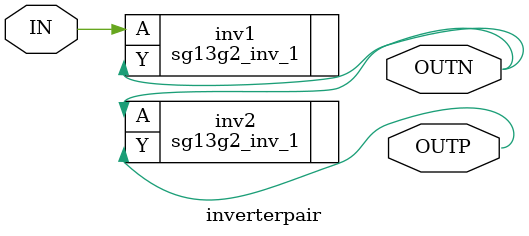
<source format=sv>

module inverterpair (
    input logic IN,
    output logic OUTN,
    output logic OUTP
);
(* keep *) sg13g2_inv_1 inv1 (.Y(OUTN), .A(IN));
(* keep *) sg13g2_inv_1 inv2 (.Y(OUTP), .A(OUTN));
endmodule

</source>
